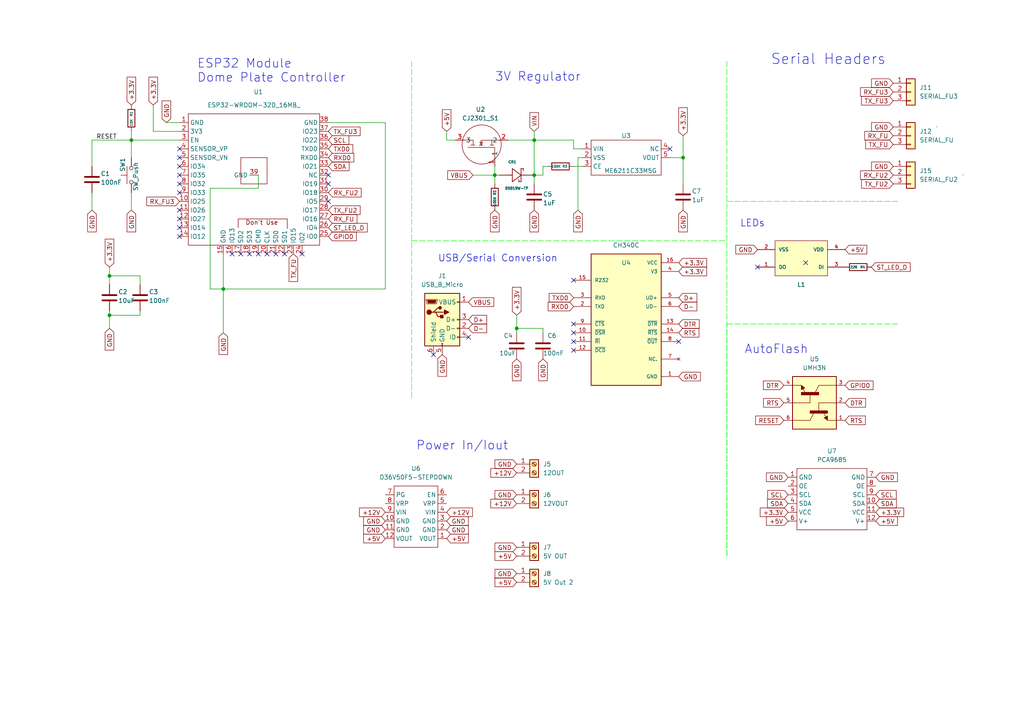
<source format=kicad_sch>
(kicad_sch (version 20211123) (generator eeschema)
  (paper "A4")
  (title_block (title "Dome Plate Controller") (date "2022-11-16") (rev "2.0") (company "Created by: Greg Hulette") (comment 3 "- Controls Serial Comms to other devices") (comment 4 "- Accepts ESP-NOW messages"))
  (lib_symbols
    (symbol "B5819W-TP_1" (pin_numbers hide) (pin_names hide)
      (property "Reference" "CR" (at 5.08 4.445 0))
      (property "Value" "B5819W-TP_1" (at 5.08 -7.62 0))
      (symbol "B5819W-TP_1_1_1"
        (polyline (pts (xy 2.54 0) (xy 3.4798 0)) (stroke (width 0.2032)))
        (polyline (pts (xy 3.175 0) (xy 3.81 0)) (stroke (width 0.2032)))
        (polyline (pts (xy 3.81 -1.905) (xy 6.35 0)) (stroke (width 0.2032)))
        (polyline (pts (xy 3.81 1.905) (xy 3.81 -1.905)) (stroke (width 0.2032)))
        (polyline (pts (xy 5.715 -1.905) (xy 5.715 -1.27)) (stroke (width 0.2032)))
        (polyline (pts (xy 6.35 -1.905) (xy 5.715 -1.905)) (stroke (width 0.2032)))
        (polyline (pts (xy 6.35 -1.905) (xy 6.35 1.905)) (stroke (width 0.2032)))
        (polyline (pts (xy 6.35 0) (xy 3.81 1.905)) (stroke (width 0.2032)))
        (polyline (pts (xy 6.35 0) (xy 7.62 0)) (stroke (width 0.2032)))
        (polyline (pts (xy 6.35 1.905) (xy 6.985 1.905)) (stroke (width 0.2032)))
        (polyline (pts (xy 6.985 1.905) (xy 6.985 1.27)) (stroke (width 0.2032)))
        (pin unspecified line (at 0 0 0) (length 2.54) (name "A") (number "A"))
        (pin unspecified line (at 10.16 0 180) (length 2.54) (name "C") (number "C"))
      )
    )
    (symbol "Connector:Screw_Terminal_01x02" (pin_names (offset 1.016) hide)
      (property "Reference" "J" (at 0 2.54 0))
      (property "Value" "Screw_Terminal_01x02" (at 0 -5.08 0))
      (symbol "Screw_Terminal_01x02_1_1"
        (rectangle (start -1.27 1.27) (end 1.27 -3.81) (stroke (width 0.254)) (fill (type background)))
        (circle (center 0 -2.54) (radius 0.635) (stroke (width 0.1524)))
        (polyline (pts (xy -0.5334 -2.2098) (xy 0.3302 -3.048)) (stroke (width 0.1524)))
        (polyline (pts (xy -0.5334 0.3302) (xy 0.3302 -0.508)) (stroke (width 0.1524)))
        (polyline (pts (xy -0.3556 -2.032) (xy 0.508 -2.8702)) (stroke (width 0.1524)))
        (polyline (pts (xy -0.3556 0.508) (xy 0.508 -0.3302)) (stroke (width 0.1524)))
        (circle (center 0 0) (radius 0.635) (stroke (width 0.1524)))
        (pin passive line (at -5.08 0 0) (length 3.81) (name "Pin_1") (number "1"))
        (pin passive line (at -5.08 -2.54 0) (length 3.81) (name "Pin_2") (number "2"))
      )
    )
    (symbol "Connector:USB_B_Micro" (pin_names (offset 1.016))
      (property "Reference" "J" (at -5.08 11.43 0))
      (property "Value" "USB_B_Micro" (at -5.08 8.89 0))
      (symbol "USB_B_Micro_0_1"
        (rectangle (start -5.08 -7.62) (end 5.08 7.62) (stroke (width 0.254)) (fill (type background)))
        (circle (center -3.81 2.159) (radius 0.635) (stroke (width 0.254)) (fill (type outline)))
        (circle (center -0.635 3.429) (radius 0.381) (stroke (width 0.254)) (fill (type outline)))
        (rectangle (start -0.127 -7.62) (end 0.127 -6.858))
        (polyline (pts (xy -1.905 2.159) (xy 0.635 2.159)) (stroke (width 0.254)))
        (polyline (pts (xy -3.175 2.159) (xy -2.54 2.159) (xy -1.27 3.429) (xy -0.635 3.429)) (stroke (width 0.254)))
        (polyline (pts (xy -2.54 2.159) (xy -1.905 2.159) (xy -1.27 0.889) (xy 0 0.889)) (stroke (width 0.254)))
        (polyline (pts (xy 0.635 2.794) (xy 0.635 1.524) (xy 1.905 2.159) (xy 0.635 2.794)) (stroke (width 0.254)) (fill (type outline)))
        (polyline (pts (xy -4.318 5.588) (xy -1.778 5.588) (xy -2.032 4.826) (xy -4.064 4.826) (xy -4.318 5.588)) (fill (type outline)))
        (polyline (pts (xy -4.699 5.842) (xy -4.699 5.588) (xy -4.445 4.826) (xy -4.445 4.572) (xy -1.651 4.572) (xy -1.651 4.826) (xy -1.397 5.588) (xy -1.397 5.842) (xy -4.699 5.842)))
        (rectangle (start 0.254 1.27) (end -0.508 0.508) (stroke (width 0.254)) (fill (type outline)))
        (rectangle (start 5.08 -5.207) (end 4.318 -4.953))
        (rectangle (start 5.08 -2.667) (end 4.318 -2.413))
        (rectangle (start 5.08 -0.127) (end 4.318 0.127))
        (rectangle (start 5.08 4.953) (end 4.318 5.207))
      )
      (symbol "USB_B_Micro_1_1"
        (pin power_out line (at 7.62 5.08 180) (length 2.54) (name "VBUS") (number "1"))
        (pin bidirectional line (at 7.62 -2.54 180) (length 2.54) (name "D-") (number "2"))
        (pin bidirectional line (at 7.62 0 180) (length 2.54) (name "D+") (number "3"))
        (pin passive line (at 7.62 -5.08 180) (length 2.54) (name "ID") (number "4"))
        (pin power_out line (at 0 -10.16 90) (length 2.54) (name "GND") (number "5"))
        (pin passive line (at -2.54 -10.16 90) (length 2.54) (name "Shield") (number "6"))
      )
    )
    (symbol "Connector_Generic:Conn_01x03" (pin_names (offset 1.016) hide)
      (property "Reference" "J" (at 0 5.08 0))
      (property "Value" "Conn_01x03" (at 0 -5.08 0))
      (symbol "Conn_01x03_1_1"
        (rectangle (start -1.27 -2.413) (end 0 -2.667) (stroke (width 0.1524)))
        (rectangle (start -1.27 0.127) (end 0 -0.127) (stroke (width 0.1524)))
        (rectangle (start -1.27 2.667) (end 0 2.413) (stroke (width 0.1524)))
        (rectangle (start -1.27 3.81) (end 1.27 -3.81) (stroke (width 0.254)) (fill (type background)))
        (pin passive line (at -5.08 2.54 0) (length 3.81) (name "Pin_1") (number "1"))
        (pin passive line (at -5.08 0 0) (length 3.81) (name "Pin_2") (number "2"))
        (pin passive line (at -5.08 -2.54 0) (length 3.81) (name "Pin_3") (number "3"))
      )
    )
    (symbol "Custom:CH340C" (pin_names (offset 1.016))
      (property "Reference" "U" (at -10.16 20.955 0))
      (property "Value" "CH340C" (at -10.16 -20.32 0))
      (symbol "CH340C_0_0"
        (rectangle (start -10.16 -17.78) (end 10.16 20.32) (stroke (width 0.254)) (fill (type background)))
        (pin power_in line (at 15.24 -15.24 180) (length 5.08) (name "GND") (number "1"))
        (pin input line (at -15.24 -2.54 0) (length 5.08) (name "~{DSR}") (number "10"))
        (pin input line (at -15.24 -5.08 0) (length 5.08) (name "~{RI}") (number "11"))
        (pin input line (at -15.24 -7.62 0) (length 5.08) (name "~{DCD}") (number "12"))
        (pin output line (at 15.24 0 180) (length 5.08) (name "~{DTR}") (number "13"))
        (pin output line (at 15.24 -2.54 180) (length 5.08) (name "~{RTS}") (number "14"))
        (pin input line (at -15.24 12.7 0) (length 5.08) (name "R232") (number "15"))
        (pin power_in line (at 15.24 17.78 180) (length 5.08) (name "VCC") (number "16"))
        (pin output line (at -15.24 5.08 0) (length 5.08) (name "TXD") (number "2"))
        (pin input line (at -15.24 7.62 0) (length 5.08) (name "RXD") (number "3"))
        (pin power_in line (at 15.24 15.24 180) (length 5.08) (name "V3") (number "4"))
        (pin bidirectional line (at 15.24 7.62 180) (length 5.08) (name "UD+") (number "5"))
        (pin bidirectional line (at 15.24 5.08 180) (length 5.08) (name "UD-") (number "6"))
        (pin no_connect line (at 15.24 -10.16 180) (length 5.08) (name "NC.") (number "7"))
        (pin output line (at 15.24 -5.08 180) (length 5.08) (name "~{OUT}") (number "8"))
        (pin input line (at -15.24 0 0) (length 5.08) (name "~{CTS}") (number "9"))
      )
    )
    (symbol "Custom:CJ2301_S1"
      (property "Reference" "U" (at 0 10.16 0))
      (property "Value" "CJ2301_S1" (at -1.27 -10.16 0))
      (symbol "CJ2301_S1_0_1"
        (polyline (pts (xy -8.89 1.27) (xy -8.89 1.27)))
        (polyline (pts (xy -1.9558 -0.1778) (xy -3.2258 -0.1778)))
        (polyline (pts (xy 2.413 -0.1778) (xy 3.5052 -0.1778)))
        (polyline (pts (xy 2.9464 1.2954) (xy 2.9464 -0.1016)))
        (polyline (pts (xy -5.0292 1.2954) (xy -2.4638 1.27) (xy -2.4638 -0.1016)))
        (polyline (pts (xy -0.508 0.6604) (xy 0.3302 0.6858) (xy -0.127 -0.1778)))
        (polyline (pts (xy 3.8354 -3.8608) (xy 3.7846 -0.8382) (xy -3.9878 -0.8382)))
        (polyline (pts (xy 5.08 1.27) (xy -0.1524 1.2192) (xy -0.1016 -0.2032)))
        (polyline (pts (xy -0.4826 0.6096) (xy -0.127 -0.2286) (xy 0.381 -0.2286) (xy -0.7112 -0.2286)))
        (circle (center 0 0) (radius 5.6796))
      )
      (symbol "CJ2301_S1_1_1"
        (pin bidirectional line (at 3.81 -6.35 90) (length 2.54) (name "1") (number "1"))
        (pin bidirectional line (at 7.62 1.27 180) (length 2.54) (name "2") (number "2"))
        (pin input line (at -7.62 1.27 0) (length 2.54) (name "3") (number "3"))
      )
    )
    (symbol "Custom:ESP32-WROOM-32-Custom"
      (property "Reference" "U" (at -3.7846 54.2036 0))
      (property "Value" "ESP32-WROOM-32-Custom" (at -2.1082 -82.3214 0))
      (symbol "ESP32-WROOM-32-Custom_0_0"
        (text "Don't Use" (at 1.016 -11.176 0) (effects (font (size 1.27 1.27))))
      )
      (symbol "ESP32-WROOM-32-Custom_0_1"
        (rectangle (start -20.32 20.32) (end 17.78 -17.78))
        (rectangle (start -5.08 7.62) (end 2.54 0))
        (polyline (pts (xy -5.842 -12.7) (xy -5.842 -10.16) (xy 8.382 -10.16) (xy 8.382 -12.954)))
        (rectangle (start 2.54 2.54) (end 2.54 2.54))
      )
      (symbol "ESP32-WROOM-32-Custom_1_1"
        (pin bidirectional line (at -22.86 17.78 0) (length 2.54) (name "GND") (number "1"))
        (pin bidirectional line (at -22.86 -5.08 0) (length 2.54) (name "IO25") (number "10"))
        (pin bidirectional line (at -22.86 -7.62 0) (length 2.54) (name "IO26") (number "11"))
        (pin bidirectional line (at -22.86 -10.16 0) (length 2.54) (name "IO27") (number "12"))
        (pin bidirectional line (at -22.86 -12.7 0) (length 2.54) (name "IO14") (number "13"))
        (pin bidirectional line (at -22.86 -15.24 0) (length 2.54) (name "IO12") (number "14"))
        (pin bidirectional line (at -10.16 -20.32 90) (length 2.54) (name "GND") (number "15"))
        (pin bidirectional line (at -7.62 -20.32 90) (length 2.54) (name "IO13") (number "16"))
        (pin bidirectional line (at -5.08 -20.32 90) (length 2.54) (name "SD2") (number "17"))
        (pin bidirectional line (at -2.54 -20.32 90) (length 2.54) (name "SD3") (number "18"))
        (pin bidirectional line (at 0 -20.32 90) (length 2.54) (name "CMD") (number "19"))
        (pin bidirectional line (at -22.86 15.24 0) (length 2.54) (name "3V3") (number "2"))
        (pin bidirectional line (at 2.54 -20.32 90) (length 2.54) (name "CLK") (number "20"))
        (pin bidirectional line (at 5.08 -20.32 90) (length 2.54) (name "SD0") (number "21"))
        (pin bidirectional line (at 7.62 -20.32 90) (length 2.54) (name "SD1") (number "22"))
        (pin bidirectional line (at 10.16 -20.32 90) (length 2.54) (name "IO15") (number "23"))
        (pin bidirectional line (at 12.7 -20.32 90) (length 2.54) (name "IO2") (number "24"))
        (pin bidirectional line (at 20.32 -15.24 180) (length 2.54) (name "IO0") (number "25"))
        (pin bidirectional line (at 20.32 -12.7 180) (length 2.54) (name "IO4") (number "26"))
        (pin bidirectional line (at 20.32 -10.16 180) (length 2.54) (name "IO16") (number "27"))
        (pin bidirectional line (at 20.32 -7.62 180) (length 2.54) (name "IO17") (number "28"))
        (pin bidirectional line (at 20.32 -5.08 180) (length 2.54) (name "IO5") (number "29"))
        (pin bidirectional line (at -22.86 12.7 0) (length 2.54) (name "EN") (number "3"))
        (pin bidirectional line (at 20.32 -2.54 180) (length 2.54) (name "IO18") (number "30"))
        (pin bidirectional line (at 20.32 0 180) (length 2.54) (name "IO19") (number "31"))
        (pin bidirectional line (at 20.32 2.54 180) (length 2.54) (name "NC") (number "32"))
        (pin bidirectional line (at 20.32 5.08 180) (length 2.54) (name "IO21") (number "33"))
        (pin bidirectional line (at 20.32 7.62 180) (length 2.54) (name "RXD0") (number "34"))
        (pin bidirectional line (at 20.32 10.16 180) (length 2.54) (name "TXD0") (number "35"))
        (pin bidirectional line (at 20.32 12.7 180) (length 2.54) (name "IO22") (number "36"))
        (pin bidirectional line (at 20.32 15.24 180) (length 2.54) (name "IO23") (number "37"))
        (pin bidirectional line (at 20.32 17.78 180) (length 2.54) (name "GND") (number "38"))
        (pin bidirectional line (at 0 2.54 180) (length 2.54) (name "GND") (number "39"))
        (pin bidirectional line (at -22.86 10.16 0) (length 2.54) (name "SENSOR_VP") (number "4"))
        (pin bidirectional line (at -22.86 7.62 0) (length 2.54) (name "SENSOR_VN") (number "5"))
        (pin bidirectional line (at -22.86 5.08 0) (length 2.54) (name "IO34") (number "6"))
        (pin bidirectional line (at -22.86 2.54 0) (length 2.54) (name "IO35") (number "7"))
        (pin bidirectional line (at -22.86 0 0) (length 2.54) (name "IO32") (number "8"))
        (pin bidirectional line (at -22.86 -2.54 0) (length 2.54) (name "IO33") (number "9"))
      )
    )
    (symbol "Custom:ME6211C33M5G"
      (property "Reference" "U" (at -0.1016 6.4262 0))
      (property "Value" "ME6211C33M5G" (at -0.4064 -7.6454 0))
      (symbol "ME6211C33M5G_0_1"
        (rectangle (start -10.16 5.08) (end 10.16 -5.08))
      )
      (symbol "ME6211C33M5G_1_1"
        (pin bidirectional line (at -12.7 2.54 0) (length 2.54) (name "VIN") (number "1"))
        (pin bidirectional line (at -12.7 0 0) (length 2.54) (name "VSS") (number "2"))
        (pin bidirectional line (at -12.7 -2.54 0) (length 2.54) (name "CE") (number "3"))
        (pin bidirectional line (at 12.7 2.54 180) (length 2.54) (name "NC") (number "4"))
        (pin bidirectional line (at 12.7 0 180) (length 2.54) (name "VOUT") (number "5"))
      )
    )
    (symbol "Custom:PCA9685"
      (property "Reference" "U" (at 0.254 8.89 0))
      (property "Value" "PCA9685" (at -0.762 -11.938 0))
      (symbol "PCA9685_0_1"
        (rectangle (start -10.16 7.62) (end 10.16 -10.16))
      )
      (symbol "PCA9685_1_1"
        (pin bidirectional line (at -12.7 5.08 0) (length 2.54) (name "GND") (number "1"))
        (pin bidirectional line (at 12.7 -2.54 180) (length 2.54) (name "SDA") (number "10"))
        (pin bidirectional line (at 12.7 -5.08 180) (length 2.54) (name "VCC") (number "11"))
        (pin bidirectional line (at 12.7 -7.62 180) (length 2.54) (name "V+") (number "12"))
        (pin bidirectional line (at -12.7 2.54 0) (length 2.54) (name "OE") (number "2"))
        (pin bidirectional line (at -12.7 0 0) (length 2.54) (name "SCL") (number "3"))
        (pin bidirectional line (at -12.7 -2.54 0) (length 2.54) (name "SDA") (number "4"))
        (pin bidirectional line (at -12.7 -5.08 0) (length 2.54) (name "VCC") (number "5"))
        (pin bidirectional line (at -12.7 -7.62 0) (length 2.54) (name "V+") (number "6"))
        (pin bidirectional line (at 12.7 5.08 180) (length 2.54) (name "GND") (number "7"))
        (pin bidirectional line (at 12.7 2.54 180) (length 2.54) (name "OE") (number "8"))
        (pin bidirectional line (at 12.7 0 180) (length 2.54) (name "SCL") (number "9"))
      )
    )
    (symbol "Custom:UMH3N" (pin_names (offset 1.016) hide)
      (property "Reference" "U" (at 2.54 0 0))
      (property "Value" "UMH3N" (at 2.54 -2.54 0))
      (symbol "UMH3N_0_0"
        (rectangle (start -12.7 -7.62) (end 2.54 5.08) (stroke (width 0.254)) (fill (type background)))
        (rectangle (start -2.794 -2.54) (end -2.032 2.54) (fill (type outline)))
        (polyline (pts (xy -10.16 -5.08) (xy -10.16 -7.62)) (stroke (width 0.1524)))
        (polyline (pts (xy -10.16 -5.08) (xy -8.89 -5.08)) (stroke (width 0.1524)))
        (polyline (pts (xy -10.16 0) (xy -10.16 5.08)) (stroke (width 0.1524)))
        (polyline (pts (xy -10.16 0) (xy -8.128 -1.016)) (stroke (width 0.1524)))
        (polyline (pts (xy -9.906 -4.953) (xy -9.398 -4.318)) (stroke (width 0.254)))
        (polyline (pts (xy -9.525 -4.826) (xy -9.398 -4.572)) (stroke (width 0.254)))
        (polyline (pts (xy -9.398 -4.318) (xy -9.144 -4.826)) (stroke (width 0.254)))
        (polyline (pts (xy -9.398 -4.064) (xy -10.16 -5.08)) (stroke (width 0.1524)))
        (polyline (pts (xy -9.1694 -4.572) (xy -7.9248 -3.9624)) (stroke (width 0.1524)))
        (polyline (pts (xy -9.144 -4.953) (xy -9.906 -4.953)) (stroke (width 0.254)))
        (polyline (pts (xy -9.144 -4.826) (xy -9.525 -4.826)) (stroke (width 0.254)))
        (polyline (pts (xy -8.89 -5.08) (xy -9.398 -4.064)) (stroke (width 0.1524)))
        (polyline (pts (xy -7.62 -2.54) (xy -5.08 -2.54)) (stroke (width 0.1524)))
        (polyline (pts (xy -5.08 -2.54) (xy -5.08 -7.62)) (stroke (width 0.1524)))
        (polyline (pts (xy -5.08 0) (xy -5.08 5.08)) (stroke (width 0.1524)))
        (polyline (pts (xy -2.54 0) (xy -5.08 0)) (stroke (width 0.1524)))
        (polyline (pts (xy -1.27 2.54) (xy -0.762 1.524)) (stroke (width 0.1524)))
        (polyline (pts (xy -1.016 2.286) (xy -0.635 2.286)) (stroke (width 0.254)))
        (polyline (pts (xy -1.016 2.413) (xy -0.254 2.413)) (stroke (width 0.254)))
        (polyline (pts (xy -0.9906 2.032) (xy -2.2352 1.4224)) (stroke (width 0.1524)))
        (polyline (pts (xy -0.762 1.524) (xy 0 2.54)) (stroke (width 0.1524)))
        (polyline (pts (xy -0.762 1.778) (xy -1.016 2.286)) (stroke (width 0.254)))
        (polyline (pts (xy -0.635 2.286) (xy -0.762 2.032)) (stroke (width 0.254)))
        (polyline (pts (xy -0.254 2.413) (xy -0.762 1.778)) (stroke (width 0.254)))
        (polyline (pts (xy 0 -2.54) (xy -2.032 -1.524)) (stroke (width 0.1524)))
        (polyline (pts (xy 0 -2.54) (xy 0 -7.62)) (stroke (width 0.1524)))
        (polyline (pts (xy 0 2.54) (xy -1.27 2.54)) (stroke (width 0.1524)))
        (polyline (pts (xy 0 5.08) (xy 0 2.54)) (stroke (width 0.1524)))
        (polyline (pts (xy -8.128 0) (xy -7.366 0) (xy -7.366 -5.08) (xy -8.128 -5.08) (xy -8.128 0)) (fill (type outline)))
        (pin output line (at -10.16 -10.16 90) (length 2.54) (name "~") (number "1"))
        (pin input line (at -5.08 -10.16 90) (length 2.54) (name "~") (number "2"))
        (pin input line (at 0 -10.16 90) (length 2.54) (name "~") (number "3"))
        (pin output line (at 0 7.62 270) (length 2.54) (name "~") (number "4"))
        (pin input line (at -5.08 7.62 270) (length 2.54) (name "~") (number "5"))
        (pin input line (at -10.16 7.62 270) (length 2.54) (name "~") (number "6"))
      )
    )
    (symbol "Device:C" (pin_numbers hide) (pin_names (offset 0.254))
      (property "Reference" "C" (at 0.635 2.54 0))
      (property "Value" "C" (at 0.635 -2.54 0))
      (symbol "C_0_1"
        (polyline (pts (xy -2.032 -0.762) (xy 2.032 -0.762)) (stroke (width 0.508)))
        (polyline (pts (xy -2.032 0.762) (xy 2.032 0.762)) (stroke (width 0.508)))
      )
      (symbol "C_1_1"
        (pin passive line (at 0 3.81 270) (length 2.794) (name "~") (number "1"))
        (pin passive line (at 0 -3.81 90) (length 2.794) (name "~") (number "2"))
      )
    )
    (symbol "Device:R" (pin_numbers hide) (pin_names (offset 0))
      (property "Reference" "R" (at 2.032 0 90))
      (property "Value" "R" (at 0 0 90))
      (symbol "R_0_1"
        (rectangle (start -1.016 -2.54) (end 1.016 2.54) (stroke (width 0.254)))
      )
      (symbol "R_1_1"
        (pin passive line (at 0 3.81 270) (length 1.27) (name "~") (number "1"))
        (pin passive line (at 0 -3.81 90) (length 1.27) (name "~") (number "2"))
      )
    )
    (symbol "LED:WS2812B-2020" (pin_names (offset 1.016))
      (property "Reference" "L" (at -7.366 5.842 0))
      (symbol "WS2812B-2020_0_0"
        (rectangle (start -7.62 -5.08) (end 7.62 5.08) (stroke (width 0.1524)) (fill (type background)))
        (pin bidirectional line (at 12.7 2.54 180) (length 5.08) (name "DO") (number "1"))
        (pin bidirectional line (at 12.7 -2.54 180) (length 5.08) (name "VSS") (number "2"))
        (pin bidirectional line (at -12.7 2.54 0) (length 5.08) (name "DI") (number "3"))
        (pin bidirectional line (at -12.7 -2.54 0) (length 5.08) (name "VDD") (number "4"))
      )
    )
    (symbol "Pololu:D36V50F5-STEPDOWN"
      (property "Reference" "U" (at 0.762 -11.684 0))
      (property "Value" "D36V50F5-STEPDOWN" (at 0.254 10.414 0))
      (symbol "D36V50F5-STEPDOWN_0_1"
        (rectangle (start -6.35 -8.89) (end 6.35 8.89))
      )
      (symbol "D36V50F5-STEPDOWN_1_1"
        (pin bidirectional line (at 8.89 -6.35 180) (length 2.54) (name "VOUT") (number "1"))
        (pin bidirectional line (at -8.89 -1.27 0) (length 2.54) (name "GND") (number "10"))
        (pin bidirectional line (at -8.89 -3.81 0) (length 2.54) (name "GND") (number "11"))
        (pin bidirectional line (at -8.89 -6.35 0) (length 2.54) (name "VOUT") (number "12"))
        (pin bidirectional line (at 8.89 -3.81 180) (length 2.54) (name "GND") (number "2"))
        (pin bidirectional line (at 8.89 -1.27 180) (length 2.54) (name "GND") (number "3"))
        (pin bidirectional line (at 8.89 1.27 180) (length 2.54) (name "VIN") (number "4"))
        (pin bidirectional line (at 8.89 3.81 180) (length 2.54) (name "VRP") (number "5"))
        (pin bidirectional line (at 8.89 6.35 180) (length 2.54) (name "EN") (number "6"))
        (pin bidirectional line (at -8.89 6.35 0) (length 2.54) (name "PG") (number "7"))
        (pin bidirectional line (at -8.89 3.81 0) (length 2.54) (name "VRP") (number "8"))
        (pin bidirectional line (at -8.89 1.27 0) (length 2.54) (name "VIN") (number "9"))
      )
    )
    (symbol "Switch:SW_Push" (pin_numbers hide) (pin_names (offset 1.016) hide)
      (property "Reference" "SW" (at 1.27 2.54 0))
      (property "Value" "SW_Push" (at 0 -1.524 0))
      (symbol "SW_Push_0_1"
        (circle (center -2.032 0) (radius 0.508))
        (polyline (pts (xy 0 1.27) (xy 0 3.048)))
        (polyline (pts (xy 2.54 1.27) (xy -2.54 1.27)))
        (circle (center 2.032 0) (radius 0.508))
        (pin passive line (at -5.08 0 0) (length 2.54) (name "1") (number "1"))
        (pin passive line (at 5.08 0 180) (length 2.54) (name "2") (number "2"))
      )
    )
  )
  (junction (at 64.77 83.82))
  (junction (at 31.75 91.44))
  (junction (at 198.12 45.72))
  (junction (at 143.51 50.8))
  (junction (at 31.75 80.01))
  (junction (at 154.94 40.64))
  (junction (at 149.86 95.25))
  (junction (at 38.1 40.64))
  (junction (at 154.94 50.8))
  (no_connect (at 194.31 43.18))
  (no_connect (at 52.07 60.96))
  (no_connect (at 196.85 99.06))
  (no_connect (at 52.07 50.8))
  (no_connect (at 95.25 50.8))
  (no_connect (at 52.07 43.18))
  (no_connect (at 87.63 73.66))
  (no_connect (at 219.71 77.47))
  (no_connect (at 125.73 102.87))
  (no_connect (at 52.07 68.58))
  (no_connect (at 74.93 73.66))
  (no_connect (at 233.68 76.2))
  (no_connect (at 77.47 73.66))
  (no_connect (at 67.31 73.66))
  (no_connect (at 52.07 45.72))
  (no_connect (at 80.01 73.66))
  (no_connect (at 69.85 73.66))
  (no_connect (at 52.07 55.88))
  (no_connect (at 166.37 93.98))
  (no_connect (at 166.37 96.52))
  (no_connect (at 166.37 101.6))
  (no_connect (at 52.07 63.5))
  (no_connect (at 166.37 99.06))
  (no_connect (at 52.07 66.04))
  (no_connect (at 82.55 73.66))
  (no_connect (at 95.25 53.34))
  (no_connect (at 135.89 97.79))
  (no_connect (at 52.07 53.34))
  (no_connect (at 72.39 73.66))
  (no_connect (at 95.25 58.42))
  (no_connect (at 52.07 48.26))
  (no_connect (at 166.37 81.28))
  (wire (pts (xy 40.64 90.17) (xy 40.64 91.44)))
  (wire (pts (xy 38.1 40.64) (xy 52.07 40.64)))
  (wire (pts (xy 271.6847 36.6868) (xy 271.78 36.83)))
  (wire (pts (xy 31.75 77.47) (xy 31.75 80.01)))
  (wire (pts (xy 64.77 83.82) (xy 111.76 83.82)))
  (wire (pts (xy 154.94 50.8) (xy 154.94 53.34)))
  (wire (pts (xy 64.77 73.66) (xy 64.77 83.82)))
  (wire (pts (xy 95.25 35.56) (xy 111.76 35.56)))
  (wire (pts (xy 154.94 40.64) (xy 166.37 40.64)))
  (polyline (pts (xy 210.82 68.58) (xy 210.82 68.58)))
  (wire (pts (xy 40.64 91.44) (xy 31.75 91.44)))
  (wire (pts (xy 64.77 83.82) (xy 64.77 96.52)))
  (polyline (pts (xy 210.82 93.98) (xy 260.35 93.98)) (stroke (width 0) (color 0 255 0 1)))
  (wire (pts (xy 31.75 80.01) (xy 31.75 82.55)))
  (wire (pts (xy 26.67 40.64) (xy 38.1 40.64)))
  (wire (pts (xy 31.75 91.44) (xy 31.75 95.25)))
  (wire (pts (xy 143.51 48.26) (xy 143.51 50.8)))
  (wire (pts (xy 149.86 91.44) (xy 149.86 95.25)))
  (wire (pts (xy 38.1 40.64) (xy 38.1 45.72)))
  (polyline (pts (xy 119.38 17.78) (xy 119.38 115.57)) (stroke (width 0) (color 0 255 0 1)))
  (wire (pts (xy 26.67 48.26) (xy 26.67 40.64)))
  (polyline (pts (xy 210.82 58.42) (xy 260.35 58.42)) (stroke (width 0) (color 0 255 0 1)))
  (wire (pts (xy 74.93 50.8) (xy 74.93 54.61)))
  (wire (pts (xy 166.37 48.26) (xy 168.91 48.26)))
  (wire (pts (xy 198.12 39.37) (xy 198.12 45.72)))
  (wire (pts (xy 38.1 55.88) (xy 38.1 60.96)))
  (wire (pts (xy 40.64 80.01) (xy 40.64 82.55)))
  (wire (pts (xy 44.45 30.48) (xy 44.45 38.1)))
  (wire (pts (xy 157.48 48.26) (xy 157.48 50.8)))
  (wire (pts (xy 149.86 95.25) (xy 149.86 96.52)))
  (polyline (pts (xy 210.82 17.78) (xy 210.82 161.29)) (stroke (width 0) (color 0 255 0 1)))
  (wire (pts (xy 60.96 83.82) (xy 64.77 83.82)))
  (wire (pts (xy 157.48 95.25) (xy 149.86 95.25)))
  (wire (pts (xy 60.96 54.61) (xy 60.96 83.82)))
  (wire (pts (xy 52.07 35.56) (xy 48.26 35.56)))
  (wire (pts (xy 31.75 90.17) (xy 31.75 91.44)))
  (wire (pts (xy 129.54 40.64) (xy 132.08 40.64)))
  (wire (pts (xy 38.1 38.1) (xy 38.1 40.64)))
  (wire (pts (xy 129.54 38.1) (xy 129.54 40.64)))
  (wire (pts (xy 167.64 45.72) (xy 168.91 45.72)))
  (wire (pts (xy 194.31 45.72) (xy 198.12 45.72)))
  (wire (pts (xy 26.67 55.88) (xy 26.67 60.96)))
  (wire (pts (xy 147.32 40.64) (xy 154.94 40.64)))
  (wire (pts (xy 166.37 43.18) (xy 168.91 43.18)))
  (polyline (pts (xy 119.38 69.85) (xy 210.82 69.85)) (stroke (width 0) (color 0 255 0 1)))
  (polyline (pts (xy 210.82 161.29) (xy 210.82 93.98)) (stroke (width 0) (color 0 255 0 1)))
  (wire (pts (xy 154.94 40.64) (xy 154.94 50.8)))
  (wire (pts (xy 166.37 40.64) (xy 166.37 43.18)))
  (wire (pts (xy 198.12 45.72) (xy 198.12 53.34)))
  (wire (pts (xy 143.51 50.8) (xy 143.51 53.34)))
  (wire (pts (xy 44.45 38.1) (xy 52.07 38.1)))
  (wire (pts (xy 167.64 45.72) (xy 167.64 60.96)))
  (wire (pts (xy 137.16 50.8) (xy 143.51 50.8)))
  (wire (pts (xy 74.93 54.61) (xy 60.96 54.61)))
  (wire (pts (xy 279.3047 50.6568) (xy 279.4 50.8)))
  (wire (pts (xy 31.75 80.01) (xy 40.64 80.01)))
  (wire (pts (xy 157.48 50.8) (xy 154.94 50.8)))
  (wire (pts (xy 157.48 95.25) (xy 157.48 96.52)))
  (wire (pts (xy 111.76 35.56) (xy 111.76 83.82)))
  (wire (pts (xy 143.51 50.8) (xy 144.78 50.8)))
  (wire (pts (xy 154.94 38.1) (xy 154.94 40.64)))
  (wire (pts (xy 157.48 48.26) (xy 158.75 48.26)))
  (text "ESP32 Module \nDome Plate Controller" (at 57.15 24.13 0) (effects (font (size 2.54 2.54)) (justify left bottom)))
  (text "3V Regulator\n\n" (at 143.51 27.94 0) (effects (font (size 2.54 2.54)) (justify left bottom)))
  (text "LEDs" (at 214.63 66.04 0) (effects (font (size 2 2)) (justify left bottom)))
  (text "Power In/Iout" (at 120.65 130.81 0) (effects (font (size 2.54 2.54)) (justify left bottom)))
  (text "USB/Serial Conversion \n" (at 127 76.2 0) (effects (font (size 2 2)) (justify left bottom)))
  (text "AutoFlash\n" (at 215.9 102.87 0) (effects (font (size 2.54 2.54)) (justify left bottom)))
  (text "Serial Headers" (at 223.52 19.05 0) (effects (font (size 3 3)) (justify left bottom)))
  (label "RESET" (at 27.94 40.64 0))
  (global_label "ST_LED_D" (shape input) (at 95.25 66.04 0) (property "Intersheet References" "${INTERSHEET_REFS}" (effects hide)))
  (global_label "SCL" (shape input) (at 254 143.51 0) (property "Intersheet References" "${INTERSHEET_REFS}" (effects hide)))
  (global_label "GND" (shape input) (at 48.26 35.56 90) (property "Intersheet References" "${INTERSHEET_REFS}" (effects hide)))
  (global_label "RX_FU3" (shape input) (at 52.07 58.42 180) (property "Intersheet References" "${INTERSHEET_REFS}" (effects hide)))
  (global_label "GND" (shape input) (at 196.85 109.22 0) (property "Intersheet References" "${INTERSHEET_REFS}" (effects hide)))
  (global_label "RTS" (shape input) (at 196.85 96.52 0) (property "Intersheet References" "${INTERSHEET_REFS}" (effects hide)))
  (global_label "RESET" (shape input) (at 227.33 121.92 180) (property "Intersheet References" "${INTERSHEET_REFS}" (effects hide)))
  (global_label "VIN" (shape input) (at 154.94 38.1 90) (property "Intersheet References" "${INTERSHEET_REFS}" (effects hide)))
  (global_label "+5V" (shape input) (at 111.76 156.21 180) (property "Intersheet References" "${INTERSHEET_REFS}" (effects hide)))
  (global_label "+3.3V" (shape input) (at 254 148.59 0) (property "Intersheet References" "${INTERSHEET_REFS}" (effects hide)))
  (global_label "RTS" (shape input) (at 227.33 116.84 180) (property "Intersheet References" "${INTERSHEET_REFS}" (effects hide)))
  (global_label "+12V" (shape input) (at 129.54 148.59 0) (property "Intersheet References" "${INTERSHEET_REFS}" (effects hide)))
  (global_label "D+" (shape input) (at 135.89 92.71 0) (property "Intersheet References" "${INTERSHEET_REFS}" (effects hide)))
  (global_label "GND" (shape input) (at 219.71 72.39 180) (property "Intersheet References" "${INTERSHEET_REFS}" (effects hide)))
  (global_label "RX_FU" (shape input) (at 259.08 39.37 180) (property "Intersheet References" "${INTERSHEET_REFS}" (effects hide)))
  (global_label "+3.3V" (shape input) (at 228.6 148.59 180) (property "Intersheet References" "${INTERSHEET_REFS}" (effects hide)))
  (global_label "TXD0" (shape input) (at 95.25 43.18 0) (property "Intersheet References" "${INTERSHEET_REFS}" (effects hide)))
  (global_label "+5V" (shape input) (at 149.86 168.91 180) (property "Intersheet References" "${INTERSHEET_REFS}" (effects hide)))
  (global_label "GND" (shape input) (at 38.1 60.96 270) (property "Intersheet References" "${INTERSHEET_REFS}" (effects hide)))
  (global_label "TX_FU3" (shape input) (at 95.25 38.1 0) (property "Intersheet References" "${INTERSHEET_REFS}" (effects hide)))
  (global_label "GPIO0" (shape input) (at 95.25 68.58 0) (property "Intersheet References" "${INTERSHEET_REFS}" (effects hide)))
  (global_label "DTR" (shape input) (at 227.33 111.76 180) (property "Intersheet References" "${INTERSHEET_REFS}" (effects hide)))
  (global_label "GND" (shape input) (at 143.51 60.96 270) (property "Intersheet References" "${INTERSHEET_REFS}" (effects hide)))
  (global_label "RXD0" (shape input) (at 95.25 45.72 0) (property "Intersheet References" "${INTERSHEET_REFS}" (effects hide)))
  (global_label "GND" (shape input) (at 259.08 36.83 180) (property "Intersheet References" "${INTERSHEET_REFS}" (effects hide)))
  (global_label "TX_FU2" (shape input) (at 95.25 60.96 0) (property "Intersheet References" "${INTERSHEET_REFS}" (effects hide)))
  (global_label "+5V" (shape input) (at 245.11 72.39 0) (property "Intersheet References" "${INTERSHEET_REFS}" (effects hide)))
  (global_label "TXD0" (shape input) (at 166.37 86.36 180) (property "Intersheet References" "${INTERSHEET_REFS}" (effects hide)))
  (global_label "GPIO0" (shape input) (at 245.11 111.76 0) (property "Intersheet References" "${INTERSHEET_REFS}" (effects hide)))
  (global_label "+5V" (shape input) (at 129.54 156.21 0) (property "Intersheet References" "${INTERSHEET_REFS}" (effects hide)))
  (global_label "D+" (shape input) (at 196.85 86.36 0) (property "Intersheet References" "${INTERSHEET_REFS}" (effects hide)))
  (global_label "+3.3V" (shape input) (at 149.86 91.44 90) (property "Intersheet References" "${INTERSHEET_REFS}" (effects hide)))
  (global_label "D-" (shape input) (at 135.89 95.25 0) (property "Intersheet References" "${INTERSHEET_REFS}" (effects hide)))
  (global_label "GND" (shape input) (at 64.77 96.52 270) (property "Intersheet References" "${INTERSHEET_REFS}" (effects hide)))
  (global_label "+3.3V" (shape input) (at 196.85 78.74 0) (property "Intersheet References" "${INTERSHEET_REFS}" (effects hide)))
  (global_label "+3.3V" (shape input) (at 31.75 77.47 90) (property "Intersheet References" "${INTERSHEET_REFS}" (effects hide)))
  (global_label "GND" (shape input) (at 129.54 151.13 0) (property "Intersheet References" "${INTERSHEET_REFS}" (effects hide)))
  (global_label "TX_FU" (shape input) (at 259.08 41.91 180) (property "Intersheet References" "${INTERSHEET_REFS}" (effects hide)))
  (global_label "SDA" (shape input) (at 95.25 48.26 0) (property "Intersheet References" "${INTERSHEET_REFS}" (effects hide)))
  (global_label "D-" (shape input) (at 196.85 88.9 0) (property "Intersheet References" "${INTERSHEET_REFS}" (effects hide)))
  (global_label "GND" (shape input) (at 149.86 134.62 180) (property "Intersheet References" "${INTERSHEET_REFS}" (effects hide)))
  (global_label "SDA" (shape input) (at 228.6 146.05 180) (property "Intersheet References" "${INTERSHEET_REFS}" (effects hide)))
  (global_label "GND" (shape input) (at 198.12 60.96 270) (property "Intersheet References" "${INTERSHEET_REFS}" (effects hide)))
  (global_label "RXD0" (shape input) (at 166.37 88.9 180) (property "Intersheet References" "${INTERSHEET_REFS}" (effects hide)))
  (global_label "+5V" (shape input) (at 228.6 151.13 180) (property "Intersheet References" "${INTERSHEET_REFS}" (effects hide)))
  (global_label "ST_LED_D" (shape input) (at 252.73 77.47 0) (property "Intersheet References" "${INTERSHEET_REFS}" (effects hide)))
  (global_label "VBUS" (shape input) (at 135.89 87.63 0) (property "Intersheet References" "${INTERSHEET_REFS}" (effects hide)))
  (global_label "SCL" (shape input) (at 95.25 40.64 0) (property "Intersheet References" "${INTERSHEET_REFS}" (effects hide)))
  (global_label "+3.3V" (shape input) (at 38.1 30.48 90) (property "Intersheet References" "${INTERSHEET_REFS}" (effects hide)))
  (global_label "+3.3V" (shape input) (at 196.85 76.2 0) (property "Intersheet References" "${INTERSHEET_REFS}" (effects hide)))
  (global_label "GND" (shape input) (at 149.86 158.75 180) (property "Intersheet References" "${INTERSHEET_REFS}" (effects hide)))
  (global_label "SCL" (shape input) (at 228.6 143.51 180) (property "Intersheet References" "${INTERSHEET_REFS}" (effects hide)))
  (global_label "TX_FU2" (shape input) (at 259.08 53.34 180) (property "Intersheet References" "${INTERSHEET_REFS}" (effects hide)))
  (global_label "RX_FU" (shape input) (at 95.25 63.5 0) (property "Intersheet References" "${INTERSHEET_REFS}" (effects hide)))
  (global_label "+3.3V" (shape input) (at 44.45 30.48 90) (property "Intersheet References" "${INTERSHEET_REFS}" (effects hide)))
  (global_label "+3.3V" (shape input) (at 198.12 39.37 90) (property "Intersheet References" "${INTERSHEET_REFS}" (effects hide)))
  (global_label "+5V" (shape input) (at 129.54 38.1 90) (property "Intersheet References" "${INTERSHEET_REFS}" (effects hide)))
  (global_label "RX_FU2" (shape input) (at 95.25 55.88 0) (property "Intersheet References" "${INTERSHEET_REFS}" (effects hide)))
  (global_label "GND" (shape input) (at 154.94 60.96 270) (property "Intersheet References" "${INTERSHEET_REFS}" (effects hide)))
  (global_label "DTR" (shape input) (at 245.11 116.84 0) (property "Intersheet References" "${INTERSHEET_REFS}" (effects hide)))
  (global_label "GND" (shape input) (at 31.75 95.25 270) (property "Intersheet References" "${INTERSHEET_REFS}" (effects hide)))
  (global_label "RTS" (shape input) (at 245.11 121.92 0) (property "Intersheet References" "${INTERSHEET_REFS}" (effects hide)))
  (global_label "GND" (shape input) (at 111.76 153.67 180) (property "Intersheet References" "${INTERSHEET_REFS}" (effects hide)))
  (global_label "DTR" (shape input) (at 196.85 93.98 0) (property "Intersheet References" "${INTERSHEET_REFS}" (effects hide)))
  (global_label "GND" (shape input) (at 111.76 151.13 180) (property "Intersheet References" "${INTERSHEET_REFS}" (effects hide)))
  (global_label "GND" (shape input) (at 129.54 153.67 0) (property "Intersheet References" "${INTERSHEET_REFS}" (effects hide)))
  (global_label "GND" (shape input) (at 254 138.43 0) (property "Intersheet References" "${INTERSHEET_REFS}" (effects hide)))
  (global_label "GND" (shape input) (at 26.67 60.96 270) (property "Intersheet References" "${INTERSHEET_REFS}" (effects hide)))
  (global_label "GND" (shape input) (at 228.6 138.43 180) (property "Intersheet References" "${INTERSHEET_REFS}" (effects hide)))
  (global_label "GND" (shape input) (at 128.27 102.87 270) (property "Intersheet References" "${INTERSHEET_REFS}" (effects hide)))
  (global_label "+5V" (shape input) (at 254 151.13 0) (property "Intersheet References" "${INTERSHEET_REFS}" (effects hide)))
  (global_label "TX_FU3" (shape input) (at 259.08 29.21 180) (property "Intersheet References" "${INTERSHEET_REFS}" (effects hide)))
  (global_label "TX_FU" (shape input) (at 85.09 73.66 270) (property "Intersheet References" "${INTERSHEET_REFS}" (effects hide)))
  (global_label "+5V" (shape input) (at 149.86 161.29 180) (property "Intersheet References" "${INTERSHEET_REFS}" (effects hide)))
  (global_label "+12V" (shape input) (at 111.76 148.59 180) (property "Intersheet References" "${INTERSHEET_REFS}" (effects hide)))
  (global_label "+12V" (shape input) (at 149.86 146.05 180) (property "Intersheet References" "${INTERSHEET_REFS}" (effects hide)))
  (global_label "GND" (shape input) (at 149.86 104.14 270) (property "Intersheet References" "${INTERSHEET_REFS}" (effects hide)))
  (global_label "GND" (shape input) (at 149.86 143.51 180) (property "Intersheet References" "${INTERSHEET_REFS}" (effects hide)))
  (global_label "VBUS" (shape input) (at 137.16 50.8 180) (property "Intersheet References" "${INTERSHEET_REFS}" (effects hide)))
  (global_label "GND" (shape input) (at 149.86 166.37 180) (property "Intersheet References" "${INTERSHEET_REFS}" (effects hide)))
  (global_label "+12V" (shape input) (at 149.86 137.16 180) (property "Intersheet References" "${INTERSHEET_REFS}" (effects hide)))
  (global_label "GND" (shape input) (at 157.48 104.14 270) (property "Intersheet References" "${INTERSHEET_REFS}" (effects hide)))
  (global_label "RX_FU3" (shape input) (at 259.08 26.67 180) (property "Intersheet References" "${INTERSHEET_REFS}" (effects hide)))
  (global_label "SDA" (shape input) (at 254 146.05 0) (property "Intersheet References" "${INTERSHEET_REFS}" (effects hide)))
  (global_label "GND" (shape input) (at 259.08 48.26 180) (property "Intersheet References" "${INTERSHEET_REFS}" (effects hide)))
  (global_label "GND" (shape input) (at 259.08 24.13 180) (property "Intersheet References" "${INTERSHEET_REFS}" (effects hide)))
  (global_label "RX_FU2" (shape input) (at 259.08 50.8 180) (property "Intersheet References" "${INTERSHEET_REFS}" (effects hide)))
  (global_label "GND" (shape input) (at 167.64 60.96 270) (property "Intersheet References" "${INTERSHEET_REFS}" (effects hide)))
  (symbol (lib_id "Connector:Screw_Terminal_01x02") (at 154.94 158.75 0) (unit 1)
    (property "Reference" "J7" (at 157.48 158.7499 0) (effects (justify left)))
    (property "Value" "5V OUT" (at 157.48 161.2899 0) (effects (justify left)))
    (property "Footprint" "TerminalBlock_4Ucon:TerminalBlock_4Ucon_1x02_P3.50mm_Horizontal" (effects hide))
    (property "LCSC" " C474892" (effects hide))
  )
  (symbol (lib_id "Custom:ME6211C33M5G") (at 181.61 45.72 0) (unit 1)
    (property "Reference" "U3" (at 181.61 39.37 0))
    (property "Value" "ME6211C33M5G" (at 182.88 49.53 0))
    (property "Footprint" "Package_TO_SOT_SMD:SOT-23-5" (effects hide))
    (property "LCSC" "C82942" (effects hide))
  )
  (symbol (lib_id "Connector_Generic:Conn_01x03") (at 264.16 26.67 0) (unit 1)
    (property "Reference" "J11" (at 266.7 25.3999 0) (effects (justify left)))
    (property "Value" "SERIAL_FU3" (at 266.7 27.9399 0) (effects (justify left)))
    (property "Footprint" "Connector_Molex:Molex_KK-254_AE-6410-03A_1x03_P2.54mm_Vertical" (effects hide))
    (property "LCSC" "C471416" (effects hide))
  )
  (symbol (lib_id "Custom:ESP32-WROOM-32-Custom") (at 74.93 53.34 0) (unit 1)
    (property "Reference" "U1" (at 74.93 26.67 0))
    (property "Value" "ESP32-WROOM-32D_16MB_" (at 73.66 30.48 0))
    (property "Footprint" "RF_Module:ESP32-WROOM-32" (effects hide))
    (property "LCSC" " C529578" (effects hide))
  )
  (symbol (lib_id "Connector:Screw_Terminal_01x02") (at 154.94 134.62 0) (unit 1)
    (property "Reference" "J5" (at 157.48 134.6199 0) (effects (justify left)))
    (property "Value" "12OUT" (at 157.48 137.1599 0) (effects (justify left)))
    (property "Footprint" "TerminalBlock_4Ucon:TerminalBlock_4Ucon_1x02_P3.50mm_Horizontal" (effects hide))
    (property "LCSC" " C474892" (effects hide))
  )
  (symbol (lib_id "Custom:CJ2301_S1") (at 139.7 41.91 0) (unit 1)
    (property "Reference" "U2" (at 139.3648 31.75 0))
    (property "Value" "CJ2301_S1" (at 139.3648 34.29 0))
    (property "Footprint" "Package_TO_SOT_SMD:SOT-23" (effects hide))
    (property "LCSC" " C8547" (effects hide))
  )
  (symbol (lib_id "Connector:USB_B_Micro") (at 128.27 92.71 0) (unit 1)
    (property "Reference" "J1" (at 128.27 80.01 0))
    (property "Value" "USB_B_Micro" (at 128.27 82.55 0))
    (property "Footprint" "Connector_USB:USB_Micro-B_Amphenol_10118194_Horizontal" (effects hide))
    (property "LCSC" "C132563" (effects hide))
  )
  (symbol (lib_id "Connector:Screw_Terminal_01x02") (at 154.94 143.51 0) (unit 1)
    (property "Reference" "J6" (at 157.48 143.5099 0) (effects (justify left)))
    (property "Value" "12VOUT" (at 157.48 146.0499 0) (effects (justify left)))
    (property "Footprint" "TerminalBlock_4Ucon:TerminalBlock_4Ucon_1x02_P3.50mm_Horizontal" (effects hide))
    (property "LCSC" " C474892" (effects hide))
  )
  (symbol (lib_id "Device:C") (at 154.94 57.15 180) (unit 1)
    (property "Reference" "C5" (at 157.48 56.3117 0) (effects (justify right)))
    (property "Value" "1uF" (at 157.48 58.8517 0) (effects (justify right)))
    (property "Footprint" "Capacitor_SMD:C_0402_1005Metric" (effects hide))
    (property "LCSC" "C77009" (effects hide))
  )
  (symbol (lib_id "Device:C") (at 40.64 86.36 0) (unit 1)
    (property "Reference" "C3" (at 43.18 84.6581 0) (effects (justify left)))
    (property "Value" "100nF" (at 43.18 87.1981 0) (effects (justify left)))
    (property "Footprint" "Capacitor_SMD:C_0402_1005Metric" (effects hide))
    (property "LCSC" "C307331" (effects hide))
  )
  (symbol (lib_id "LED:WS2812B-2020") (at 232.41 74.93 180) (unit 1)
    (property "Reference" "L1" (at 232.41 82.55 0))
    (property "Value" "WS2812B-2020" (effects hide))
    (property "Footprint" "Custom:WS2812B-2020" (effects hide))
    (property "LCSC" "C965555" (effects hide))
  )
  (symbol (lib_id "Device:C") (at 157.48 100.33 0) (unit 1)
    (property "Reference" "C6" (at 158.75 97.3581 0) (effects (justify left)))
    (property "Value" "100nF" (at 157.48 102.4381 0) (effects (justify left)))
    (property "Footprint" "Capacitor_SMD:C_0402_1005Metric" (effects hide))
    (property "LCSC" "C307331" (effects hide))
  )
  (symbol (lib_id "Connector_Generic:Conn_01x03") (at 264.16 50.8 0) (unit 1)
    (property "Reference" "J15" (at 266.7 49.5299 0) (effects (justify left)))
    (property "Value" "SERIAL_FU2" (at 266.7 52.0699 0) (effects (justify left)))
    (property "Footprint" "Connector_Molex:Molex_KK-254_AE-6410-03A_1x03_P2.54mm_Vertical" (effects hide))
    (property "LCSC" "C471416" (effects hide))
  )
  (symbol (lib_id "Device:C") (at 198.12 57.15 0) (unit 1)
    (property "Reference" "C7" (at 200.66 55.4481 0) (effects (justify left)))
    (property "Value" "1uF" (at 200.66 57.9881 0) (effects (justify left)))
    (property "Footprint" "Capacitor_SMD:C_0402_1005Metric" (effects hide))
    (property "LCSC" "C77009" (effects hide))
  )
  (symbol (lib_id "Custom:UMH3N") (at 234.95 111.76 90) (unit 1)
    (property "Reference" "U5" (at 236.22 104.14 90))
    (property "Value" "UMH3N" (at 236.22 106.68 90))
    (property "Footprint" "Custom:UMT6" (effects hide))
    (property "LCSC" " C62892" (effects hide))
  )
  (symbol (lib_id "Device:R") (at 143.51 57.15 0) (unit 1)
    (property "Reference" "R2" (at 143.51 55.88 90) (effects (font (size 0.7 0.7))))
    (property "Value" "100K" (at 143.51 58.42 90) (effects (font (size 0.7 0.7))))
    (property "Footprint" "Resistor_SMD:R_0603_1608Metric" (effects hide))
    (property "LCSC" "C25803" (effects hide))
  )
  (symbol (lib_id "Connector_Generic:Conn_01x03") (at 264.16 39.37 0) (unit 1)
    (property "Reference" "J12" (at 266.7 38.0999 0) (effects (justify left)))
    (property "Value" "SERIAL_FU" (at 266.7 40.6399 0) (effects (justify left)))
    (property "Footprint" "Connector_Molex:Molex_KK-254_AE-6410-03A_1x03_P2.54mm_Vertical" (effects hide))
    (property "LCSC" "C471416" (effects hide))
  )
  (symbol (lib_id "Custom:PCA9685") (at 241.3 143.51 0) (unit 1)
    (property "Reference" "U7" (at 241.3 130.81 0))
    (property "Value" "PCA9685" (at 241.3 133.35 0))
    (property "Footprint" "Custom:PCA9685" (effects hide))
  )
  (symbol (lib_id "Device:R") (at 248.92 77.47 270) (unit 1)
    (property "Reference" "R4" (at 250.19 77.47 90) (effects (font (size 0.7 0.7))))
    (property "Value" "220" (at 247.65 77.47 90) (effects (font (size 0.7 0.7))))
    (property "Footprint" "Resistor_SMD:R_0402_1005Metric" (effects hide))
    (property "LCSC" "C25091" (effects hide))
  )
  (symbol (lib_id "Connector:Screw_Terminal_01x02") (at 154.94 166.37 0) (unit 1)
    (property "Reference" "J8" (at 157.48 166.3699 0) (effects (justify left)))
    (property "Value" "5V Out 2" (at 157.48 168.9099 0) (effects (justify left)))
    (property "Footprint" "TerminalBlock_4Ucon:TerminalBlock_4Ucon_1x02_P3.50mm_Horizontal" (effects hide))
    (property "LCSC" " C474892" (effects hide))
  )
  (symbol (lib_id "Switch:SW_Push") (at 38.1 50.8 90) (unit 1)
    (property "Reference" "SW1" (at 35.56 45.7199 0) (effects (justify right)))
    (property "Value" "SW_Push" (at 39.37 46.9899 0) (effects (justify right)))
    (property "Footprint" "Custom:TS-1101S-B-B-B-W-A" (effects hide))
    (property "LCSC" " C692465" (effects hide))
  )
  (symbol (lib_id "Pololu:D36V50F5-STEPDOWN") (at 120.65 149.86 0) (unit 1)
    (property "Reference" "U6" (at 120.65 135.89 0))
    (property "Value" "D36V50F5-STEPDOWN" (at 120.65 138.43 0))
    (property "Footprint" "Pololu:D36V50F5-STEPDOWN" (effects hide))
  )
  (symbol (lib_id "Device:C") (at 31.75 86.36 0) (unit 1)
    (property "Reference" "C2" (at 34.29 84.6581 0) (effects (justify left)))
    (property "Value" "10uF" (at 34.29 87.1981 0) (effects (justify left)))
    (property "Footprint" "Capacitor_SMD:C_0402_1005Metric" (effects hide))
    (property "LCSC" "C315248" (effects hide))
  )
  (symbol (lib_id "Device:C") (at 26.67 52.07 0) (unit 1)
    (property "Reference" "C1" (at 29.21 50.3681 0) (effects (justify left)))
    (property "Value" "100nF" (at 29.21 52.9081 0) (effects (justify left)))
    (property "Footprint" "Capacitor_SMD:C_0402_1005Metric" (effects hide))
    (property "LCSC" "C307331" (effects hide))
  )
  (symbol (lib_id "Device:R") (at 38.1 34.29 0) (unit 1)
    (property "Reference" "R1" (at 38.1 33.02 90) (effects (font (size 0.7 0.7))))
    (property "Value" "10K" (at 38.1 35.56 90) (effects (font (size 0.7 0.7))))
    (property "Footprint" "Resistor_SMD:R_0603_1608Metric" (effects hide))
    (property "LCSC" "C269701" (effects hide))
  )
  (symbol (lib_name "B5819W-TP_1") (lib_id "Custom:B5819W-TP") (at 144.78 50.8 0) (unit 1)
    (property "Reference" "CR1" (at 148.59 46.99 0) (effects (font (size 0.75 0.75))))
    (property "Value" "B5819W-TP" (at 149.86 54.61 0) (effects (font (size 0.75 0.75))))
    (property "Footprint" "Custom:SOD3716X135N" (effects hide))
    (property "LCSC" "C84354" (effects hide))
  )
  (symbol (lib_id "Device:R") (at 162.56 48.26 270) (unit 1)
    (property "Reference" "R3" (at 163.83 48.26 90) (effects (font (size 0.7 0.7))))
    (property "Value" "100K" (at 161.29 48.26 90) (effects (font (size 0.7 0.7))))
    (property "Footprint" "Resistor_SMD:R_0603_1608Metric" (effects hide))
    (property "LCSC" "C25803" (effects hide))
  )
  (symbol (lib_id "Custom:CH340C") (at 181.61 93.98 0) (unit 1)
    (property "Reference" "U4" (at 181.61 76.2 0))
    (property "Value" "CH340C" (at 181.61 71.12 0))
    (property "Footprint" "Custom:SOIC127P600X180-16N" (effects hide))
    (property "PARTREV" "2G" (effects hide))
    (property "MANUFACTURER" "WCH" (effects hide))
    (property "MAXIMUM_PACKAGE_HEIGHT" "1.8 mm" (effects hide))
    (property "STANDARD" "IPC 7351B" (effects hide))
    (property "LCSC" "C84681" (effects hide))
  )
  (symbol (lib_id "Device:C") (at 149.86 100.33 0) (unit 1)
    (property "Reference" "C4" (at 146.05 97.3581 0) (effects (justify left)))
    (property "Value" "10uF" (at 144.78 102.4381 0) (effects (justify left)))
    (property "Footprint" "Capacitor_SMD:C_0402_1005Metric" (effects hide))
    (property "LCSC" "C315248" (effects hide))
  )
)
</source>
